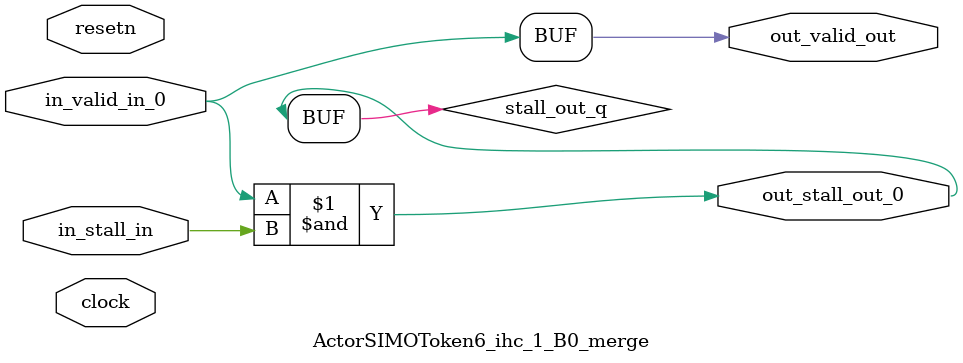
<source format=sv>



(* altera_attribute = "-name AUTO_SHIFT_REGISTER_RECOGNITION OFF; -name MESSAGE_DISABLE 10036; -name MESSAGE_DISABLE 10037; -name MESSAGE_DISABLE 14130; -name MESSAGE_DISABLE 14320; -name MESSAGE_DISABLE 15400; -name MESSAGE_DISABLE 14130; -name MESSAGE_DISABLE 10036; -name MESSAGE_DISABLE 12020; -name MESSAGE_DISABLE 12030; -name MESSAGE_DISABLE 12010; -name MESSAGE_DISABLE 12110; -name MESSAGE_DISABLE 14320; -name MESSAGE_DISABLE 13410; -name MESSAGE_DISABLE 113007; -name MESSAGE_DISABLE 10958" *)
module ActorSIMOToken6_ihc_1_B0_merge (
    input wire [0:0] in_stall_in,
    input wire [0:0] in_valid_in_0,
    output wire [0:0] out_stall_out_0,
    output wire [0:0] out_valid_out,
    input wire clock,
    input wire resetn
    );

    wire [0:0] stall_out_q;


    // stall_out(LOGICAL,6)
    assign stall_out_q = in_valid_in_0 & in_stall_in;

    // out_stall_out_0(GPOUT,4)
    assign out_stall_out_0 = stall_out_q;

    // out_valid_out(GPOUT,5)
    assign out_valid_out = in_valid_in_0;

endmodule

</source>
